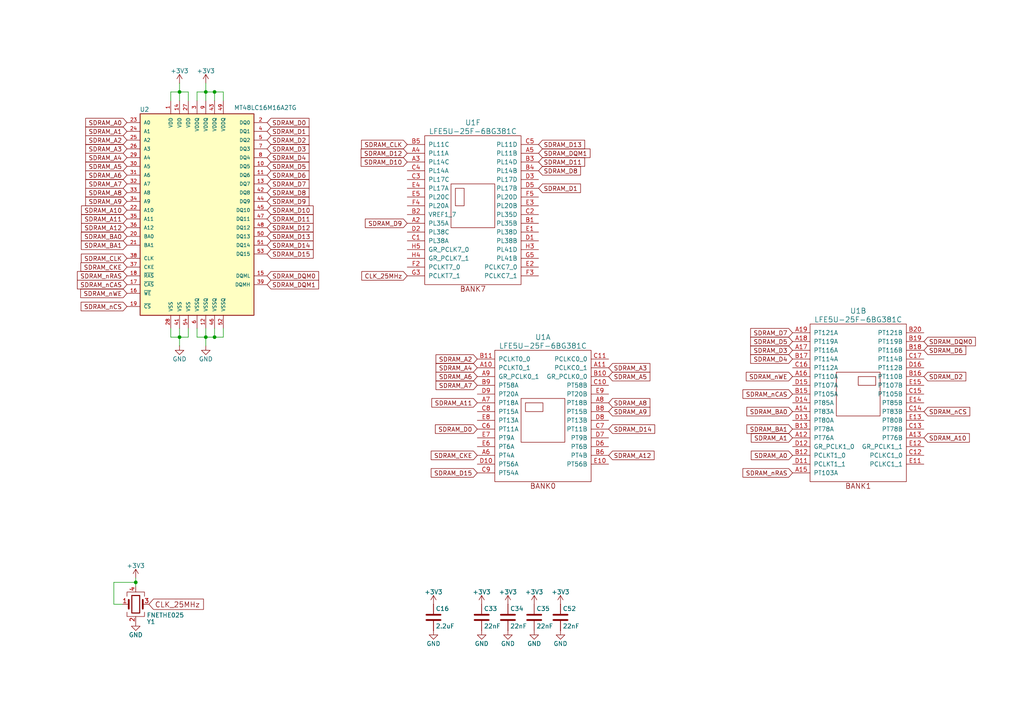
<source format=kicad_sch>
(kicad_sch (version 20250114) (generator "eeschema") (generator_version "9.0")
  (paper "A4")
  (title_block (title "SDRAM - 32MB") (date "2025-11-30") (rev "1.0.0") (comment 2 "WE, CS, CKE, CLK, DQM). Decoupling capacitors for clean power. ") (comment 3 "Full address bus (A0-A12), 16-bit data bus, bank select, and control signals (RAS, CAS,") (comment 4 "RAM MT48LC16M16A2TG SDRAM (16-bit, 32MB). Connected to FPGA banks 2 and 3."))
  (junction (at 52.07 26.67))
  (junction (at 39.37 168.91))
  (junction (at 62.23 26.67))
  (junction (at 59.69 26.67))
  (junction (at 59.69 97.79))
  (junction (at 62.23 97.79))
  (junction (at 52.07 97.79))
  (wire (pts (xy 59.69 97.79) (xy 62.23 97.79)))
  (wire (pts (xy 54.61 97.79) (xy 54.61 95.25)))
  (wire (pts (xy 57.15 95.25) (xy 57.15 97.79)))
  (wire (pts (xy 52.07 24.13) (xy 52.07 26.67)))
  (wire (pts (xy 64.77 26.67) (xy 64.77 29.21)))
  (wire (pts (xy 49.53 29.21) (xy 49.53 26.67)))
  (wire (pts (xy 33.02 175.26) (xy 33.02 168.91)))
  (wire (pts (xy 62.23 95.25) (xy 62.23 97.79)))
  (wire (pts (xy 59.69 24.13) (xy 59.69 26.67)))
  (wire (pts (xy 54.61 26.67) (xy 54.61 29.21)))
  (wire (pts (xy 35.56 175.26) (xy 33.02 175.26)))
  (wire (pts (xy 57.15 97.79) (xy 59.69 97.79)))
  (wire (pts (xy 33.02 168.91) (xy 39.37 168.91)))
  (wire (pts (xy 62.23 26.67) (xy 64.77 26.67)))
  (wire (pts (xy 59.69 26.67) (xy 59.69 29.21)))
  (wire (pts (xy 62.23 29.21) (xy 62.23 26.67)))
  (wire (pts (xy 49.53 26.67) (xy 52.07 26.67)))
  (wire (pts (xy 39.37 167.64) (xy 39.37 168.91)))
  (wire (pts (xy 52.07 26.67) (xy 52.07 29.21)))
  (wire (pts (xy 49.53 97.79) (xy 52.07 97.79)))
  (wire (pts (xy 49.53 95.25) (xy 49.53 97.79)))
  (wire (pts (xy 52.07 97.79) (xy 54.61 97.79)))
  (wire (pts (xy 39.37 168.91) (xy 39.37 170.18)))
  (wire (pts (xy 62.23 97.79) (xy 64.77 97.79)))
  (wire (pts (xy 59.69 95.25) (xy 59.69 97.79)))
  (wire (pts (xy 59.69 97.79) (xy 59.69 100.33)))
  (wire (pts (xy 57.15 26.67) (xy 59.69 26.67)))
  (wire (pts (xy 52.07 95.25) (xy 52.07 97.79)))
  (wire (pts (xy 59.69 26.67) (xy 62.23 26.67)))
  (wire (pts (xy 57.15 29.21) (xy 57.15 26.67)))
  (wire (pts (xy 64.77 97.79) (xy 64.77 95.25)))
  (wire (pts (xy 52.07 97.79) (xy 52.07 100.33)))
  (wire (pts (xy 52.07 26.67) (xy 54.61 26.67)))
  (global_label "SDRAM_D6" (shape input) (at 77.47 50.8 0) (property "Intersheetrefs" "${INTERSHEET_REFS}" (effects (hide yes))))
  (global_label "SDRAM_A8" (shape input) (at 176.53 116.84 0) (property "Intersheetrefs" "${INTERSHEET_REFS}" (effects (hide yes))))
  (global_label "SDRAM_D1" (shape input) (at 156.21 54.61 0) (property "Intersheetrefs" "${INTERSHEET_REFS}" (effects (hide yes))))
  (global_label "SDRAM_A4" (shape input) (at 138.43 106.68 180) (property "Intersheetrefs" "${INTERSHEET_REFS}" (effects (hide yes))))
  (global_label "SDRAM_A6" (shape input) (at 36.83 50.8 180) (property "Intersheetrefs" "${INTERSHEET_REFS}" (effects (hide yes))))
  (global_label "SDRAM_D9" (shape input) (at 77.47 58.42 0) (property "Intersheetrefs" "${INTERSHEET_REFS}" (effects (hide yes))))
  (global_label "SDRAM_BA0" (shape input) (at 229.87 119.38 180) (property "Intersheetrefs" "${INTERSHEET_REFS}" (effects (hide yes))))
  (global_label "SDRAM_BA1" (shape input) (at 36.83 71.12 180) (property "Intersheetrefs" "${INTERSHEET_REFS}" (effects (hide yes))))
  (global_label "SDRAM_BA1" (shape input) (at 229.87 124.46 180) (property "Intersheetrefs" "${INTERSHEET_REFS}" (effects (hide yes))))
  (global_label "SDRAM_D5" (shape input) (at 77.47 48.26 0) (property "Intersheetrefs" "${INTERSHEET_REFS}" (effects (hide yes))))
  (global_label "SDRAM_nWE" (shape input) (at 229.87 109.22 180) (property "Intersheetrefs" "${INTERSHEET_REFS}" (effects (hide yes))))
  (global_label "SDRAM_D7" (shape input) (at 229.87 96.52 180) (property "Intersheetrefs" "${INTERSHEET_REFS}" (effects (hide yes))))
  (global_label "SDRAM_D2" (shape input) (at 267.97 109.22 0) (property "Intersheetrefs" "${INTERSHEET_REFS}" (effects (hide yes))))
  (global_label "SDRAM_CLK" (shape input) (at 118.11 41.91 180) (property "Intersheetrefs" "${INTERSHEET_REFS}" (effects (hide yes))))
  (global_label "SDRAM_D13" (shape input) (at 77.47 68.58 0) (property "Intersheetrefs" "${INTERSHEET_REFS}" (effects (hide yes))))
  (global_label "SDRAM_D3" (shape input) (at 77.47 43.18 0) (property "Intersheetrefs" "${INTERSHEET_REFS}" (effects (hide yes))))
  (global_label "SDRAM_D8" (shape input) (at 77.47 55.88 0) (property "Intersheetrefs" "${INTERSHEET_REFS}" (effects (hide yes))))
  (global_label "SDRAM_DQM1" (shape input) (at 77.47 82.55 0) (property "Intersheetrefs" "${INTERSHEET_REFS}" (effects (hide yes))))
  (global_label "SDRAM_nRAS" (shape input) (at 229.87 137.16 180) (property "Intersheetrefs" "${INTERSHEET_REFS}" (effects (hide yes))))
  (global_label "SDRAM_CKE" (shape input) (at 138.43 132.08 180) (property "Intersheetrefs" "${INTERSHEET_REFS}" (effects (hide yes))))
  (global_label "SDRAM_A5" (shape input) (at 176.53 109.22 0) (property "Intersheetrefs" "${INTERSHEET_REFS}" (effects (hide yes))))
  (global_label "SDRAM_A0" (shape input) (at 229.87 132.08 180) (property "Intersheetrefs" "${INTERSHEET_REFS}" (effects (hide yes))))
  (global_label "SDRAM_D11" (shape input) (at 156.21 46.99 0) (property "Intersheetrefs" "${INTERSHEET_REFS}" (effects (hide yes))))
  (global_label "SDRAM_A7" (shape input) (at 36.83 53.34 180) (property "Intersheetrefs" "${INTERSHEET_REFS}" (effects (hide yes))))
  (global_label "SDRAM_D7" (shape input) (at 77.47 53.34 0) (property "Intersheetrefs" "${INTERSHEET_REFS}" (effects (hide yes))))
  (global_label "SDRAM_A11" (shape input) (at 138.43 116.84 180) (property "Intersheetrefs" "${INTERSHEET_REFS}" (effects (hide yes))))
  (global_label "SDRAM_D10" (shape input) (at 118.11 46.99 180) (property "Intersheetrefs" "${INTERSHEET_REFS}" (effects (hide yes))))
  (global_label "SDRAM_D5" (shape input) (at 229.87 99.06 180) (property "Intersheetrefs" "${INTERSHEET_REFS}" (effects (hide yes))))
  (global_label "SDRAM_D0" (shape input) (at 138.43 124.46 180) (property "Intersheetrefs" "${INTERSHEET_REFS}" (effects (hide yes))))
  (global_label "SDRAM_CKE" (shape input) (at 36.83 77.47 180) (property "Intersheetrefs" "${INTERSHEET_REFS}" (effects (hide yes))))
  (global_label "SDRAM_A6" (shape input) (at 138.43 109.22 180) (property "Intersheetrefs" "${INTERSHEET_REFS}" (effects (hide yes))))
  (global_label "SDRAM_A7" (shape input) (at 138.43 111.76 180) (property "Intersheetrefs" "${INTERSHEET_REFS}" (effects (hide yes))))
  (global_label "SDRAM_A12" (shape input) (at 176.53 132.08 0) (property "Intersheetrefs" "${INTERSHEET_REFS}" (effects (hide yes))))
  (global_label "CLK_25MHz" (shape input) (at 118.11 80.01 180) (property "Intersheetrefs" "${INTERSHEET_REFS}" (effects (hide yes))))
  (global_label "SDRAM_D15" (shape input) (at 138.43 137.16 180) (property "Intersheetrefs" "${INTERSHEET_REFS}" (effects (hide yes))))
  (global_label "SDRAM_A5" (shape input) (at 36.83 48.26 180) (property "Intersheetrefs" "${INTERSHEET_REFS}" (effects (hide yes))))
  (global_label "SDRAM_D12" (shape input) (at 77.47 66.04 0) (property "Intersheetrefs" "${INTERSHEET_REFS}" (effects (hide yes))))
  (global_label "SDRAM_CLK" (shape input) (at 36.83 74.93 180) (property "Intersheetrefs" "${INTERSHEET_REFS}" (effects (hide yes))))
  (global_label "SDRAM_nCS" (shape input) (at 36.83 88.9 180) (property "Intersheetrefs" "${INTERSHEET_REFS}" (effects (hide yes))))
  (global_label "SDRAM_nCAS" (shape input) (at 229.87 114.3 180) (property "Intersheetrefs" "${INTERSHEET_REFS}" (effects (hide yes))))
  (global_label "SDRAM_D3" (shape input) (at 229.87 101.6 180) (property "Intersheetrefs" "${INTERSHEET_REFS}" (effects (hide yes))))
  (global_label "SDRAM_D2" (shape input) (at 77.47 40.64 0) (property "Intersheetrefs" "${INTERSHEET_REFS}" (effects (hide yes))))
  (global_label "SDRAM_A1" (shape input) (at 229.87 127 180) (property "Intersheetrefs" "${INTERSHEET_REFS}" (effects (hide yes))))
  (global_label "SDRAM_DQM0" (shape input) (at 267.97 99.06 0) (property "Intersheetrefs" "${INTERSHEET_REFS}" (effects (hide yes))))
  (global_label "SDRAM_D10" (shape input) (at 77.47 60.96 0) (property "Intersheetrefs" "${INTERSHEET_REFS}" (effects (hide yes))))
  (global_label "SDRAM_A10" (shape input) (at 267.97 127 0) (property "Intersheetrefs" "${INTERSHEET_REFS}" (effects (hide yes))))
  (global_label "SDRAM_A1" (shape input) (at 36.83 38.1 180) (property "Intersheetrefs" "${INTERSHEET_REFS}" (effects (hide yes))))
  (global_label "SDRAM_DQM0" (shape input) (at 77.47 80.01 0) (property "Intersheetrefs" "${INTERSHEET_REFS}" (effects (hide yes))))
  (global_label "SDRAM_D4" (shape input) (at 229.87 104.14 180) (property "Intersheetrefs" "${INTERSHEET_REFS}" (effects (hide yes))))
  (global_label "SDRAM_A9" (shape input) (at 36.83 58.42 180) (property "Intersheetrefs" "${INTERSHEET_REFS}" (effects (hide yes))))
  (global_label "SDRAM_nCS" (shape input) (at 267.97 119.38 0) (property "Intersheetrefs" "${INTERSHEET_REFS}" (effects (hide yes))))
  (global_label "SDRAM_D14" (shape input) (at 77.47 71.12 0) (property "Intersheetrefs" "${INTERSHEET_REFS}" (effects (hide yes))))
  (global_label "SDRAM_A9" (shape input) (at 176.53 119.38 0) (property "Intersheetrefs" "${INTERSHEET_REFS}" (effects (hide yes))))
  (global_label "SDRAM_nRAS" (shape input) (at 36.83 80.01 180) (property "Intersheetrefs" "${INTERSHEET_REFS}" (effects (hide yes))))
  (global_label "SDRAM_DQM1" (shape input) (at 156.21 44.45 0) (property "Intersheetrefs" "${INTERSHEET_REFS}" (effects (hide yes))))
  (global_label "SDRAM_A10" (shape input) (at 36.83 60.96 180) (property "Intersheetrefs" "${INTERSHEET_REFS}" (effects (hide yes))))
  (global_label "CLK_25MHz" (shape input) (at 43.18 175.26 0) (effects (font (size 1.524 1.524))) (property "Intersheetrefs" "${INTERSHEET_REFS}" (effects (hide yes))))
  (global_label "SDRAM_D11" (shape input) (at 77.47 63.5 0) (property "Intersheetrefs" "${INTERSHEET_REFS}" (effects (hide yes))))
  (global_label "SDRAM_A3" (shape input) (at 36.83 43.18 180) (property "Intersheetrefs" "${INTERSHEET_REFS}" (effects (hide yes))))
  (global_label "SDRAM_A11" (shape input) (at 36.83 63.5 180) (property "Intersheetrefs" "${INTERSHEET_REFS}" (effects (hide yes))))
  (global_label "SDRAM_A8" (shape input) (at 36.83 55.88 180) (property "Intersheetrefs" "${INTERSHEET_REFS}" (effects (hide yes))))
  (global_label "SDRAM_D8" (shape input) (at 156.21 49.53 0) (property "Intersheetrefs" "${INTERSHEET_REFS}" (effects (hide yes))))
  (global_label "SDRAM_D1" (shape input) (at 77.47 38.1 0) (property "Intersheetrefs" "${INTERSHEET_REFS}" (effects (hide yes))))
  (global_label "SDRAM_BA0" (shape input) (at 36.83 68.58 180) (property "Intersheetrefs" "${INTERSHEET_REFS}" (effects (hide yes))))
  (global_label "SDRAM_A4" (shape input) (at 36.83 45.72 180) (property "Intersheetrefs" "${INTERSHEET_REFS}" (effects (hide yes))))
  (global_label "SDRAM_D4" (shape input) (at 77.47 45.72 0) (property "Intersheetrefs" "${INTERSHEET_REFS}" (effects (hide yes))))
  (global_label "SDRAM_A2" (shape input) (at 138.43 104.14 180) (property "Intersheetrefs" "${INTERSHEET_REFS}" (effects (hide yes))))
  (global_label "SDRAM_A12" (shape input) (at 36.83 66.04 180) (property "Intersheetrefs" "${INTERSHEET_REFS}" (effects (hide yes))))
  (global_label "SDRAM_nCAS" (shape input) (at 36.83 82.55 180) (property "Intersheetrefs" "${INTERSHEET_REFS}" (effects (hide yes))))
  (global_label "SDRAM_D0" (shape input) (at 77.47 35.56 0) (property "Intersheetrefs" "${INTERSHEET_REFS}" (effects (hide yes))))
  (global_label "SDRAM_A2" (shape input) (at 36.83 40.64 180) (property "Intersheetrefs" "${INTERSHEET_REFS}" (effects (hide yes))))
  (global_label "SDRAM_D6" (shape input) (at 267.97 101.6 0) (property "Intersheetrefs" "${INTERSHEET_REFS}" (effects (hide yes))))
  (global_label "SDRAM_D13" (shape input) (at 156.21 41.91 0) (property "Intersheetrefs" "${INTERSHEET_REFS}" (effects (hide yes))))
  (global_label "SDRAM_D14" (shape input) (at 176.53 124.46 0) (property "Intersheetrefs" "${INTERSHEET_REFS}" (effects (hide yes))))
  (global_label "SDRAM_A0" (shape input) (at 36.83 35.56 180) (property "Intersheetrefs" "${INTERSHEET_REFS}" (effects (hide yes))))
  (global_label "SDRAM_D12" (shape input) (at 118.11 44.45 180) (property "Intersheetrefs" "${INTERSHEET_REFS}" (effects (hide yes))))
  (global_label "SDRAM_D9" (shape input) (at 118.11 64.77 180) (property "Intersheetrefs" "${INTERSHEET_REFS}" (effects (hide yes))))
  (global_label "SDRAM_D15" (shape input) (at 77.47 73.66 0) (property "Intersheetrefs" "${INTERSHEET_REFS}" (effects (hide yes))))
  (global_label "SDRAM_nWE" (shape input) (at 36.83 85.09 180) (property "Intersheetrefs" "${INTERSHEET_REFS}" (effects (hide yes))))
  (global_label "SDRAM_A3" (shape input) (at 176.53 106.68 0) (property "Intersheetrefs" "${INTERSHEET_REFS}" (effects (hide yes))))
  (symbol (lib_id "power:+3V3") (at 52.07 24.13 0) (unit 1)
    (property "Reference" "#PWR0124" (effects (hide yes)))
    (property "Value" "+3V3" (at 52.07 20.574 0))
  )
  (symbol (lib_id "power:+3V3") (at 59.69 24.13 0) (unit 1)
    (property "Reference" "#PWR0128" (effects (hide yes)))
    (property "Value" "+3V3" (at 59.69 20.574 0))
  )
  (symbol (lib_id "power:GND") (at 52.07 100.33 0) (unit 1)
    (property "Reference" "#PWR0125" (effects (hide yes)))
    (property "Value" "GND" (at 52.07 104.14 0))
  )
  (symbol (lib_id "power:GND") (at 59.69 100.33 0) (unit 1)
    (property "Reference" "#PWR0129" (effects (hide yes)))
    (property "Value" "GND" (at 59.69 104.14 0))
  )
  (symbol (lib_id "Device:C") (at 125.73 179.07 0) (unit 1)
    (property "Reference" "C16" (at 126.365 176.53 0) (effects (justify left)))
    (property "Value" "2.2uF" (at 126.365 181.61 0) (effects (justify left)))
    (property "Footprint" "Capacitor_SMD:C_0805_2012Metric" (effects (hide yes)))
  )
  (symbol (lib_id "power:GND") (at 125.73 182.88 0) (unit 1)
    (property "Reference" "#PWR0127" (effects (hide yes)))
    (property "Value" "GND" (at 125.73 186.69 0))
  )
  (symbol (lib_id "power:+3V3") (at 125.73 175.26 0) (unit 1)
    (property "Reference" "#PWR0126" (effects (hide yes)))
    (property "Value" "+3V3" (at 125.73 171.704 0))
  )
  (symbol (lib_id "mt48lc16m16a2tg:MT48LC16M16A2TG") (at 57.15 62.23 0) (unit 1)
    (property "Reference" "U2" (at 41.91 31.75 0))
    (property "Value" "MT48LC16M16A2TG" (at 76.962 31.242 0))
    (property "Footprint" "TSOP54:TSOP54" (effects (hide yes)))
    (property "Datasheet" "https://www.micron.com/~/media/Documents/Products/Data%20Sheet/DRAM/256Mb_sdr.pdf" (effects (hide yes)))
    (property "MNF1_URL" "www.micron.com" (effects (hide yes)))
    (property "MFG1" "Micron" (effects (hide yes)))
    (property "MPN" "MT48LC16M16A2TG-6A" (effects (hide yes)))
    (property "MNF2_URL" "www.issi.com" (effects (hide yes)))
    (property "MFG2" "ISSI" (effects (hide yes)))
    (property "MPN2" "IS42S16160G-7TL-TR" (effects (hide yes)))
    (property "MFG3" "Winbond" (effects (hide yes)))
    (property "MP_N3" "W9812G6KH-6" (effects (hide yes)))
    (property "Datasheet4" "https://www.alliancememory.com/wp-content/uploads/pdf/dram/512M%20SDRAM_%20B%20die_AS4C32M16SB-7TCN-7TIN-6TIN_Rev%201.0%20June%202016.pdf" (effects (hide yes)))
    (property "MFG4" "Alliance" (effects (hide yes)))
    (property "MPN4" "AS4C32M16SB-7TCN" (effects (hide yes)))
    (property "MPN5" "M12L2561616A-6TG2T" (effects (hide yes)))
    (property "Mouser" "870-IS42S16160G7TLTR" (effects (hide yes)))
    (property "Mouse_r0" "913-AS4C32M16SB-7TCN" (effects (hide yes)))
    (property "Mouse_r1" "913-4C16M16SA-6TCNTR" (effects (hide yes)))
    (property "Mouse_r2" "913-4816M16A2TG6AGTR" (effects (hide yes)))
    (property "Mouse_r3" "870-42S16320F7TL" (effects (hide yes)))
    (property "Mouse_r4" "454-W9825G6KH-5" (effects (hide yes)))
    (property "Mouse_r5" "454-W9825G6KH-6" (effects (hide yes)))
    (property "Mouse_r6" "340-128308-REEL" (effects (hide yes)))
    (property "Mouse_r7" "870-IS42S16160G7TLTR" (effects (hide yes)))
    (property "price100_Mouse_r" "2.3€" (effects (hide yes)))
    (property "Digikey" "1450-1385-1-ND" (effects (hide yes)))
    (property "Digike_y2" "1450-1352-1-ND" (effects (hide yes)))
    (property "LCSC" "C492195" (effects (hide yes)))
    (property "LCS_C1" "C524867" (effects (hide yes)))
    (property "price500_LCSC" "0.9227$" (effects (hide yes)))
    (property "Koncar" "FU007" (effects (hide yes)))
    (property "Side" "T" (effects (hide yes)))
  )
  (symbol (lib_id "Device:Crystal_GND24") (at 39.37 175.26 0) (mirror x) (unit 1)
    (property "Reference" "Y1" (at 42.545 180.34 0) (effects (justify left)))
    (property "Value" "FNETHE025" (at 42.545 178.435 0) (effects (justify left)))
    (property "Footprint" "oscxo:Crystal_SMD_7050_4Pads" (effects (hide yes)))
    (property "Datasheet" "https://www.diodes.com/assets/Datasheets/FNETHE025.pdf" (effects (hide yes)))
    (property "MNF1_URL" "www.diodes.com" (effects (hide yes)))
    (property "MPN" "FNETHE025" (effects (hide yes)))
    (property "MPN2" "SiT8008BC-81-33E-25.000000X" (effects (hide yes)))
    (property "MNF3_URL" "https://datasheet.lcsc.com/szlcsc/1912111437_Shenzhen-SCTF-Elec-S7D25-000000D20F30T_C387026.pdf" (effects (hide yes)))
    (property "MPN3" "S7D25.000000D20F30T" (effects (hide yes)))
    (property "Mouser" "729-FNETHE025" (effects (hide yes)))
    (property "Mouse_r2" "788-8008BC8133E25X " (effects (hide yes)))
    (property "Digikey" "3305-7050XOM2500BMD13CCC-CT-ND" (effects (hide yes)))
    (property "Digike_y1" "FNETHE025CT-ND" (effects (hide yes)))
    (property "Newark" "80AC8624" (effects (hide yes)))
    (property "LCSC" "C390569" (effects (hide yes)))
    (property "price100_Digikey" "0.7942$" (effects (hide yes)))
    (property "Koncar" "FQ001" (effects (hide yes)))
    (property "Side" "T" (effects (hide yes)))
  )
  (symbol (lib_id "power:GND") (at 39.37 180.34 0) (unit 1)
    (property "Reference" "#PWR0110" (effects (hide yes)))
    (property "Value" "GND" (at 39.37 184.15 0))
  )
  (symbol (lib_id "power:+3V3") (at 39.37 167.64 0) (unit 1)
    (property "Reference" "#PWR0109" (effects (hide yes)))
    (property "Value" "+3V3" (at 39.37 164.084 0))
  )
  (symbol (lib_id "Device:C") (at 139.7 179.07 0) (unit 1)
    (property "Reference" "C33" (at 140.335 176.53 0) (effects (justify left)))
    (property "Value" "22nF" (at 140.335 181.61 0) (effects (justify left)))
    (property "Footprint" "Capacitor_SMD:C_0603_1608Metric" (effects (hide yes)))
    (property "MPN" "CX0603MRX7R8BB223" (effects (hide yes)))
  )
  (symbol (lib_id "power:GND") (at 139.7 182.88 0) (unit 1)
    (property "Reference" "#PWR0131" (effects (hide yes)))
    (property "Value" "GND" (at 139.7 186.69 0))
  )
  (symbol (lib_id "power:+3V3") (at 139.7 175.26 0) (unit 1)
    (property "Reference" "#PWR0130" (effects (hide yes)))
    (property "Value" "+3V3" (at 139.7 171.704 0))
  )
  (symbol (lib_id "Device:C") (at 147.32 179.07 0) (unit 1)
    (property "Reference" "C34" (at 147.955 176.53 0) (effects (justify left)))
    (property "Value" "22nF" (at 147.955 181.61 0) (effects (justify left)))
    (property "Footprint" "Capacitor_SMD:C_0603_1608Metric" (effects (hide yes)))
    (property "MPN" "CX0603MRX7R8BB223" (effects (hide yes)))
  )
  (symbol (lib_id "power:GND") (at 147.32 182.88 0) (unit 1)
    (property "Reference" "#PWR0133" (effects (hide yes)))
    (property "Value" "GND" (at 147.32 186.69 0))
  )
  (symbol (lib_id "power:+3V3") (at 147.32 175.26 0) (unit 1)
    (property "Reference" "#PWR0132" (effects (hide yes)))
    (property "Value" "+3V3" (at 147.32 171.704 0))
  )
  (symbol (lib_id "Device:C") (at 154.94 179.07 0) (unit 1)
    (property "Reference" "C35" (at 155.575 176.53 0) (effects (justify left)))
    (property "Value" "22nF" (at 155.575 181.61 0) (effects (justify left)))
    (property "Footprint" "Capacitor_SMD:C_0603_1608Metric" (effects (hide yes)))
    (property "MPN" "CX0603MRX7R8BB223" (effects (hide yes)))
  )
  (symbol (lib_id "power:GND") (at 154.94 182.88 0) (unit 1)
    (property "Reference" "#PWR0135" (effects (hide yes)))
    (property "Value" "GND" (at 154.94 186.69 0))
  )
  (symbol (lib_id "power:+3V3") (at 154.94 175.26 0) (unit 1)
    (property "Reference" "#PWR0134" (effects (hide yes)))
    (property "Value" "+3V3" (at 154.94 171.704 0))
  )
  (symbol (lib_id "Device:C") (at 162.56 179.07 0) (unit 1)
    (property "Reference" "C52" (at 163.195 176.53 0) (effects (justify left)))
    (property "Value" "22nF" (at 163.195 181.61 0) (effects (justify left)))
    (property "Footprint" "Capacitor_SMD:C_0603_1608Metric" (effects (hide yes)))
    (property "MPN" "CX0603MRX7R8BB223" (effects (hide yes)))
  )
  (symbol (lib_id "power:GND") (at 162.56 182.88 0) (unit 1)
    (property "Reference" "#PWR0137" (effects (hide yes)))
    (property "Value" "GND" (at 162.56 186.69 0))
  )
  (symbol (lib_id "power:+3V3") (at 162.56 175.26 0) (unit 1)
    (property "Reference" "#PWR0136" (effects (hide yes)))
    (property "Value" "+3V3" (at 162.56 171.704 0))
  )
  (symbol (lib_id "lfe5bg381:LFE5UM-85F-6BG381C") (at 248.92 114.3 0) (unit 2)
    (property "Reference" "U1" (at 248.92 90.17 0) (effects (font (size 1.524 1.524))))
    (property "Value" "LFE5U-25F-6BG381C" (at 248.92 92.71 0) (effects (font (size 1.524 1.524))))
    (property "Footprint" "lfe5bg381:BGA-381_pitch0.8mm_dia0.4mm" (effects (hide yes)))
    (property "Datasheet" "http://www.latticesemi.com/~/media/LatticeSemi/Documents/DataSheets/ECP5/FPGA-DS-02012.pdf" (effects (hide yes)))
    (property "MPN" "LFE5U-85F-6BG381C" (effects (hide yes)))
  )
  (symbol (lib_id "lfe5bg381:LFE5UM-85F-6BG381C") (at 137.16 59.69 0) (unit 6)
    (property "Reference" "U1" (at 137.16 35.56 0) (effects (font (size 1.524 1.524))))
    (property "Value" "LFE5U-25F-6BG381C" (at 137.16 38.1 0) (effects (font (size 1.524 1.524))))
    (property "Footprint" "lfe5bg381:BGA-381_pitch0.8mm_dia0.4mm" (effects (hide yes)))
    (property "Datasheet" "http://www.latticesemi.com/~/media/LatticeSemi/Documents/DataSheets/ECP5/FPGA-DS-02012.pdf" (effects (hide yes)))
    (property "MPN" "LFE5U-85F-6BG381C" (effects (hide yes)))
  )
  (symbol (lib_id "lfe5bg381:LFE5UM-85F-6BG381C") (at 157.48 121.92 0) (unit 1)
    (property "Reference" "U1" (at 157.48 97.79 0) (effects (font (size 1.524 1.524))))
    (property "Value" "LFE5U-25F-6BG381C" (at 157.48 100.33 0) (effects (font (size 1.524 1.524))))
    (property "Footprint" "lfe5bg381:BGA-381_pitch0.8mm_dia0.4mm" (effects (hide yes)))
    (property "Datasheet" "http://www.latticesemi.com/~/media/LatticeSemi/Documents/DataSheets/ECP5/FPGA-DS-02012.pdf" (effects (hide yes)))
    (property "MPN" "LFE5U-85F-6BG381C" (effects (hide yes)))
  )
)
</source>
